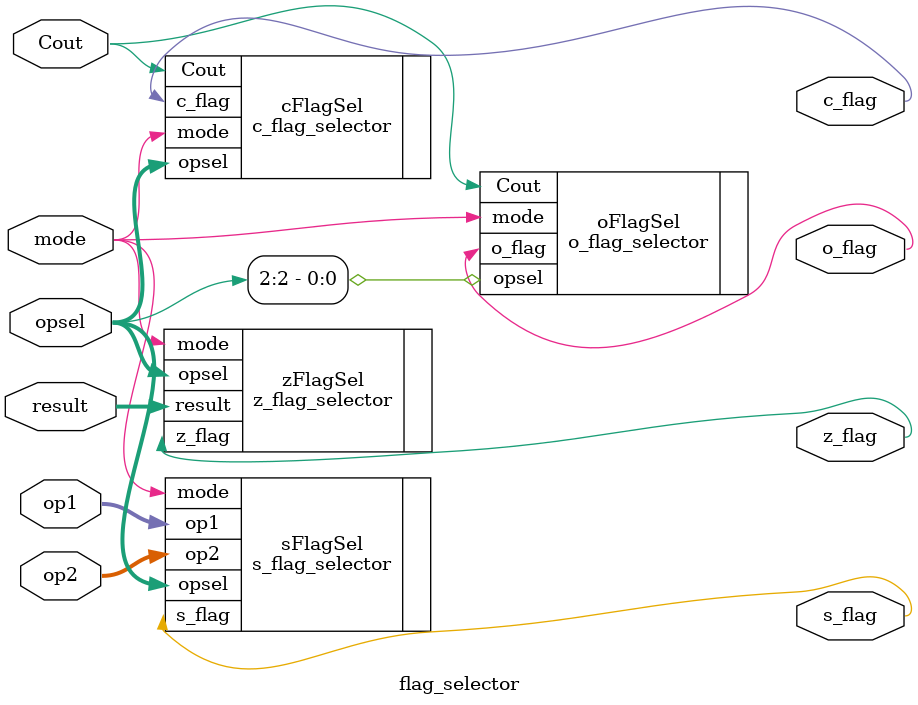
<source format=sv>
`timescale 1ns / 1ps


module flag_selector(
    input logic [127:0]op1,
    input logic [127:0]op2,
    input logic [2:0]opsel,
    input logic mode,
    input logic Cout,
    input logic [127:0]result,
    output logic c_flag,
    output logic z_flag,
    output logic o_flag,
    output logic s_flag
    );
    
    c_flag_selector cFlagSel(
        .opsel(opsel),
        .Cout(Cout),
        .mode(mode),
        .c_flag(c_flag)
    );
    
    o_flag_selector oFlagSel(
        .opsel(opsel[2]),
        .Cout(Cout),
        .mode(mode),
        .o_flag(o_flag)
    );
    
    z_flag_selector zFlagSel(
        .opsel(opsel),
        .result(result),
        .mode(mode),
        .z_flag(z_flag)
    );
    
    s_flag_selector sFlagSel(
        .op1(op1),
        .op2(op2),
        .opsel(opsel),
        .mode(mode),
        .s_flag(s_flag)
    );
    
endmodule

</source>
